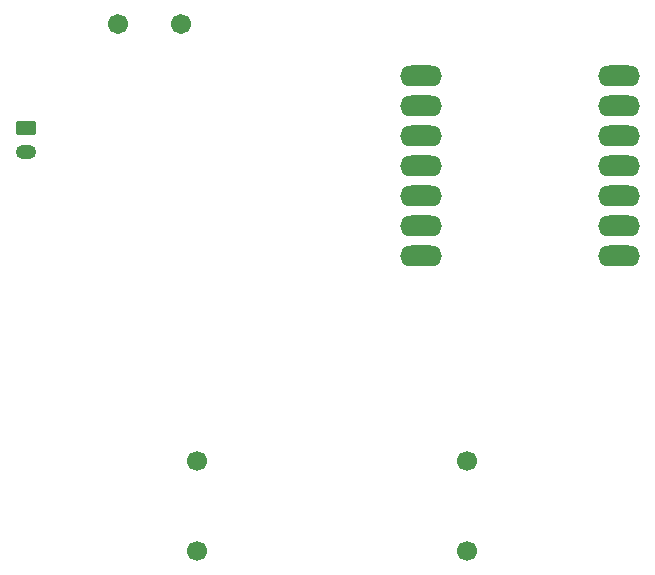
<source format=gbr>
%TF.GenerationSoftware,KiCad,Pcbnew,8.0.8*%
%TF.CreationDate,2025-02-28T02:08:50-08:00*%
%TF.ProjectId,jazmyn_hwsw,6a617a6d-796e-45f6-9877-73772e6b6963,rev?*%
%TF.SameCoordinates,Original*%
%TF.FileFunction,Soldermask,Bot*%
%TF.FilePolarity,Negative*%
%FSLAX46Y46*%
G04 Gerber Fmt 4.6, Leading zero omitted, Abs format (unit mm)*
G04 Created by KiCad (PCBNEW 8.0.8) date 2025-02-28 02:08:50*
%MOMM*%
%LPD*%
G01*
G04 APERTURE LIST*
G04 Aperture macros list*
%AMRoundRect*
0 Rectangle with rounded corners*
0 $1 Rounding radius*
0 $2 $3 $4 $5 $6 $7 $8 $9 X,Y pos of 4 corners*
0 Add a 4 corners polygon primitive as box body*
4,1,4,$2,$3,$4,$5,$6,$7,$8,$9,$2,$3,0*
0 Add four circle primitives for the rounded corners*
1,1,$1+$1,$2,$3*
1,1,$1+$1,$4,$5*
1,1,$1+$1,$6,$7*
1,1,$1+$1,$8,$9*
0 Add four rect primitives between the rounded corners*
20,1,$1+$1,$2,$3,$4,$5,0*
20,1,$1+$1,$4,$5,$6,$7,0*
20,1,$1+$1,$6,$7,$8,$9,0*
20,1,$1+$1,$8,$9,$2,$3,0*%
G04 Aperture macros list end*
%ADD10C,1.701800*%
%ADD11RoundRect,0.250000X-0.625000X0.350000X-0.625000X-0.350000X0.625000X-0.350000X0.625000X0.350000X0*%
%ADD12O,1.750000X1.200000*%
%ADD13O,3.556000X1.778000*%
%ADD14C,1.700000*%
G04 APERTURE END LIST*
D10*
%TO.C,U2*%
X118150000Y-66648150D03*
X112850000Y-66648150D03*
%TD*%
D11*
%TO.C,BT1*%
X105050000Y-75500000D03*
D12*
X105050000Y-77500000D03*
%TD*%
D13*
%TO.C,U1*%
X155262000Y-71050000D03*
X155262000Y-73590000D03*
X155262000Y-76130000D03*
X155262000Y-78670000D03*
X155262000Y-81210000D03*
X155262000Y-83750000D03*
X155262000Y-86290000D03*
X138498000Y-71050000D03*
X138498000Y-73590000D03*
X138498000Y-76130000D03*
X138498000Y-78670000D03*
X138498000Y-81210000D03*
X138498000Y-83750000D03*
X138498000Y-86290000D03*
%TD*%
D14*
%TO.C,M1*%
X119570000Y-103690000D03*
X119570000Y-111310000D03*
X142430000Y-111310000D03*
X142430000Y-103690000D03*
%TD*%
M02*

</source>
